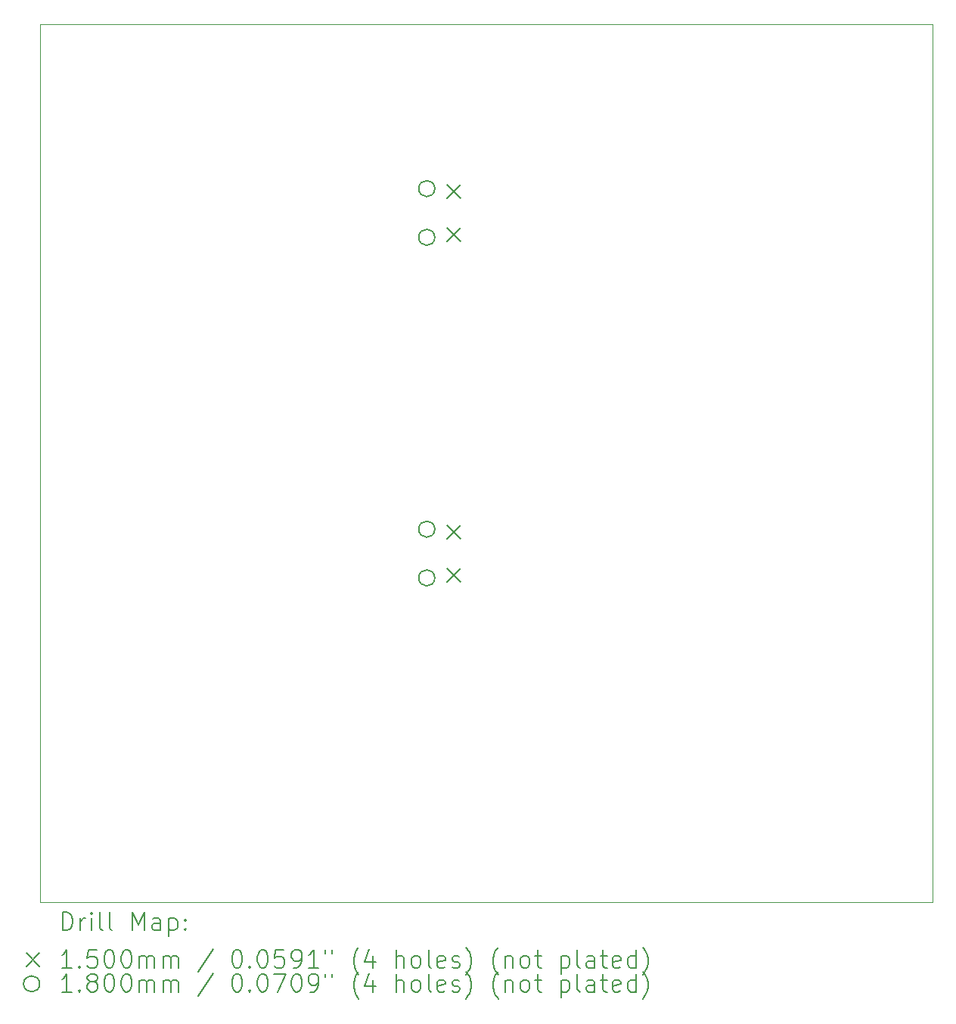
<source format=gbr>
%TF.GenerationSoftware,KiCad,Pcbnew,6.0.11-2627ca5db0~126~ubuntu22.04.1*%
%TF.CreationDate,2023-11-30T20:29:23+00:00*%
%TF.ProjectId,zx-spectrum-diagnostics,7a782d73-7065-4637-9472-756d2d646961,1.1*%
%TF.SameCoordinates,Original*%
%TF.FileFunction,Drillmap*%
%TF.FilePolarity,Positive*%
%FSLAX45Y45*%
G04 Gerber Fmt 4.5, Leading zero omitted, Abs format (unit mm)*
G04 Created by KiCad (PCBNEW 6.0.11-2627ca5db0~126~ubuntu22.04.1) date 2023-11-30 20:29:23*
%MOMM*%
%LPD*%
G01*
G04 APERTURE LIST*
%ADD10C,0.100000*%
%ADD11C,0.200000*%
%ADD12C,0.150000*%
%ADD13C,0.180000*%
G04 APERTURE END LIST*
D10*
X7470000Y-5588600D02*
X17461000Y-5588600D01*
X17461000Y-5588600D02*
X17461000Y-15405000D01*
X17461000Y-15405000D02*
X7470000Y-15405000D01*
X7470000Y-15405000D02*
X7470000Y-5588600D01*
D11*
D12*
X12026600Y-7378700D02*
X12176600Y-7528700D01*
X12176600Y-7378700D02*
X12026600Y-7528700D01*
X12026600Y-7863700D02*
X12176600Y-8013700D01*
X12176600Y-7863700D02*
X12026600Y-8013700D01*
X12026600Y-11188700D02*
X12176600Y-11338700D01*
X12176600Y-11188700D02*
X12026600Y-11338700D01*
X12026600Y-11673700D02*
X12176600Y-11823700D01*
X12176600Y-11673700D02*
X12026600Y-11823700D01*
D13*
X11888600Y-7423700D02*
G75*
G03*
X11888600Y-7423700I-90000J0D01*
G01*
X11888600Y-7968700D02*
G75*
G03*
X11888600Y-7968700I-90000J0D01*
G01*
X11888600Y-11233700D02*
G75*
G03*
X11888600Y-11233700I-90000J0D01*
G01*
X11888600Y-11778700D02*
G75*
G03*
X11888600Y-11778700I-90000J0D01*
G01*
D11*
X7722619Y-15720476D02*
X7722619Y-15520476D01*
X7770238Y-15520476D01*
X7798809Y-15530000D01*
X7817857Y-15549048D01*
X7827381Y-15568095D01*
X7836905Y-15606190D01*
X7836905Y-15634762D01*
X7827381Y-15672857D01*
X7817857Y-15691905D01*
X7798809Y-15710952D01*
X7770238Y-15720476D01*
X7722619Y-15720476D01*
X7922619Y-15720476D02*
X7922619Y-15587143D01*
X7922619Y-15625238D02*
X7932143Y-15606190D01*
X7941667Y-15596667D01*
X7960714Y-15587143D01*
X7979762Y-15587143D01*
X8046428Y-15720476D02*
X8046428Y-15587143D01*
X8046428Y-15520476D02*
X8036905Y-15530000D01*
X8046428Y-15539524D01*
X8055952Y-15530000D01*
X8046428Y-15520476D01*
X8046428Y-15539524D01*
X8170238Y-15720476D02*
X8151190Y-15710952D01*
X8141667Y-15691905D01*
X8141667Y-15520476D01*
X8275000Y-15720476D02*
X8255952Y-15710952D01*
X8246428Y-15691905D01*
X8246428Y-15520476D01*
X8503571Y-15720476D02*
X8503571Y-15520476D01*
X8570238Y-15663333D01*
X8636905Y-15520476D01*
X8636905Y-15720476D01*
X8817857Y-15720476D02*
X8817857Y-15615714D01*
X8808333Y-15596667D01*
X8789286Y-15587143D01*
X8751190Y-15587143D01*
X8732143Y-15596667D01*
X8817857Y-15710952D02*
X8798810Y-15720476D01*
X8751190Y-15720476D01*
X8732143Y-15710952D01*
X8722619Y-15691905D01*
X8722619Y-15672857D01*
X8732143Y-15653809D01*
X8751190Y-15644286D01*
X8798810Y-15644286D01*
X8817857Y-15634762D01*
X8913095Y-15587143D02*
X8913095Y-15787143D01*
X8913095Y-15596667D02*
X8932143Y-15587143D01*
X8970238Y-15587143D01*
X8989286Y-15596667D01*
X8998810Y-15606190D01*
X9008333Y-15625238D01*
X9008333Y-15682381D01*
X8998810Y-15701428D01*
X8989286Y-15710952D01*
X8970238Y-15720476D01*
X8932143Y-15720476D01*
X8913095Y-15710952D01*
X9094048Y-15701428D02*
X9103571Y-15710952D01*
X9094048Y-15720476D01*
X9084524Y-15710952D01*
X9094048Y-15701428D01*
X9094048Y-15720476D01*
X9094048Y-15596667D02*
X9103571Y-15606190D01*
X9094048Y-15615714D01*
X9084524Y-15606190D01*
X9094048Y-15596667D01*
X9094048Y-15615714D01*
D12*
X7315000Y-15975000D02*
X7465000Y-16125000D01*
X7465000Y-15975000D02*
X7315000Y-16125000D01*
D11*
X7827381Y-16140476D02*
X7713095Y-16140476D01*
X7770238Y-16140476D02*
X7770238Y-15940476D01*
X7751190Y-15969048D01*
X7732143Y-15988095D01*
X7713095Y-15997619D01*
X7913095Y-16121428D02*
X7922619Y-16130952D01*
X7913095Y-16140476D01*
X7903571Y-16130952D01*
X7913095Y-16121428D01*
X7913095Y-16140476D01*
X8103571Y-15940476D02*
X8008333Y-15940476D01*
X7998809Y-16035714D01*
X8008333Y-16026190D01*
X8027381Y-16016667D01*
X8075000Y-16016667D01*
X8094048Y-16026190D01*
X8103571Y-16035714D01*
X8113095Y-16054762D01*
X8113095Y-16102381D01*
X8103571Y-16121428D01*
X8094048Y-16130952D01*
X8075000Y-16140476D01*
X8027381Y-16140476D01*
X8008333Y-16130952D01*
X7998809Y-16121428D01*
X8236905Y-15940476D02*
X8255952Y-15940476D01*
X8275000Y-15950000D01*
X8284524Y-15959524D01*
X8294048Y-15978571D01*
X8303571Y-16016667D01*
X8303571Y-16064286D01*
X8294048Y-16102381D01*
X8284524Y-16121428D01*
X8275000Y-16130952D01*
X8255952Y-16140476D01*
X8236905Y-16140476D01*
X8217857Y-16130952D01*
X8208333Y-16121428D01*
X8198809Y-16102381D01*
X8189286Y-16064286D01*
X8189286Y-16016667D01*
X8198809Y-15978571D01*
X8208333Y-15959524D01*
X8217857Y-15950000D01*
X8236905Y-15940476D01*
X8427381Y-15940476D02*
X8446429Y-15940476D01*
X8465476Y-15950000D01*
X8475000Y-15959524D01*
X8484524Y-15978571D01*
X8494048Y-16016667D01*
X8494048Y-16064286D01*
X8484524Y-16102381D01*
X8475000Y-16121428D01*
X8465476Y-16130952D01*
X8446429Y-16140476D01*
X8427381Y-16140476D01*
X8408333Y-16130952D01*
X8398810Y-16121428D01*
X8389286Y-16102381D01*
X8379762Y-16064286D01*
X8379762Y-16016667D01*
X8389286Y-15978571D01*
X8398810Y-15959524D01*
X8408333Y-15950000D01*
X8427381Y-15940476D01*
X8579762Y-16140476D02*
X8579762Y-16007143D01*
X8579762Y-16026190D02*
X8589286Y-16016667D01*
X8608333Y-16007143D01*
X8636905Y-16007143D01*
X8655952Y-16016667D01*
X8665476Y-16035714D01*
X8665476Y-16140476D01*
X8665476Y-16035714D02*
X8675000Y-16016667D01*
X8694048Y-16007143D01*
X8722619Y-16007143D01*
X8741667Y-16016667D01*
X8751190Y-16035714D01*
X8751190Y-16140476D01*
X8846429Y-16140476D02*
X8846429Y-16007143D01*
X8846429Y-16026190D02*
X8855952Y-16016667D01*
X8875000Y-16007143D01*
X8903571Y-16007143D01*
X8922619Y-16016667D01*
X8932143Y-16035714D01*
X8932143Y-16140476D01*
X8932143Y-16035714D02*
X8941667Y-16016667D01*
X8960714Y-16007143D01*
X8989286Y-16007143D01*
X9008333Y-16016667D01*
X9017857Y-16035714D01*
X9017857Y-16140476D01*
X9408333Y-15930952D02*
X9236905Y-16188095D01*
X9665476Y-15940476D02*
X9684524Y-15940476D01*
X9703571Y-15950000D01*
X9713095Y-15959524D01*
X9722619Y-15978571D01*
X9732143Y-16016667D01*
X9732143Y-16064286D01*
X9722619Y-16102381D01*
X9713095Y-16121428D01*
X9703571Y-16130952D01*
X9684524Y-16140476D01*
X9665476Y-16140476D01*
X9646429Y-16130952D01*
X9636905Y-16121428D01*
X9627381Y-16102381D01*
X9617857Y-16064286D01*
X9617857Y-16016667D01*
X9627381Y-15978571D01*
X9636905Y-15959524D01*
X9646429Y-15950000D01*
X9665476Y-15940476D01*
X9817857Y-16121428D02*
X9827381Y-16130952D01*
X9817857Y-16140476D01*
X9808333Y-16130952D01*
X9817857Y-16121428D01*
X9817857Y-16140476D01*
X9951190Y-15940476D02*
X9970238Y-15940476D01*
X9989286Y-15950000D01*
X9998810Y-15959524D01*
X10008333Y-15978571D01*
X10017857Y-16016667D01*
X10017857Y-16064286D01*
X10008333Y-16102381D01*
X9998810Y-16121428D01*
X9989286Y-16130952D01*
X9970238Y-16140476D01*
X9951190Y-16140476D01*
X9932143Y-16130952D01*
X9922619Y-16121428D01*
X9913095Y-16102381D01*
X9903571Y-16064286D01*
X9903571Y-16016667D01*
X9913095Y-15978571D01*
X9922619Y-15959524D01*
X9932143Y-15950000D01*
X9951190Y-15940476D01*
X10198810Y-15940476D02*
X10103571Y-15940476D01*
X10094048Y-16035714D01*
X10103571Y-16026190D01*
X10122619Y-16016667D01*
X10170238Y-16016667D01*
X10189286Y-16026190D01*
X10198810Y-16035714D01*
X10208333Y-16054762D01*
X10208333Y-16102381D01*
X10198810Y-16121428D01*
X10189286Y-16130952D01*
X10170238Y-16140476D01*
X10122619Y-16140476D01*
X10103571Y-16130952D01*
X10094048Y-16121428D01*
X10303571Y-16140476D02*
X10341667Y-16140476D01*
X10360714Y-16130952D01*
X10370238Y-16121428D01*
X10389286Y-16092857D01*
X10398810Y-16054762D01*
X10398810Y-15978571D01*
X10389286Y-15959524D01*
X10379762Y-15950000D01*
X10360714Y-15940476D01*
X10322619Y-15940476D01*
X10303571Y-15950000D01*
X10294048Y-15959524D01*
X10284524Y-15978571D01*
X10284524Y-16026190D01*
X10294048Y-16045238D01*
X10303571Y-16054762D01*
X10322619Y-16064286D01*
X10360714Y-16064286D01*
X10379762Y-16054762D01*
X10389286Y-16045238D01*
X10398810Y-16026190D01*
X10589286Y-16140476D02*
X10475000Y-16140476D01*
X10532143Y-16140476D02*
X10532143Y-15940476D01*
X10513095Y-15969048D01*
X10494048Y-15988095D01*
X10475000Y-15997619D01*
X10665476Y-15940476D02*
X10665476Y-15978571D01*
X10741667Y-15940476D02*
X10741667Y-15978571D01*
X11036905Y-16216667D02*
X11027381Y-16207143D01*
X11008333Y-16178571D01*
X10998810Y-16159524D01*
X10989286Y-16130952D01*
X10979762Y-16083333D01*
X10979762Y-16045238D01*
X10989286Y-15997619D01*
X10998810Y-15969048D01*
X11008333Y-15950000D01*
X11027381Y-15921428D01*
X11036905Y-15911905D01*
X11198809Y-16007143D02*
X11198809Y-16140476D01*
X11151190Y-15930952D02*
X11103571Y-16073809D01*
X11227381Y-16073809D01*
X11455952Y-16140476D02*
X11455952Y-15940476D01*
X11541667Y-16140476D02*
X11541667Y-16035714D01*
X11532143Y-16016667D01*
X11513095Y-16007143D01*
X11484524Y-16007143D01*
X11465476Y-16016667D01*
X11455952Y-16026190D01*
X11665476Y-16140476D02*
X11646428Y-16130952D01*
X11636905Y-16121428D01*
X11627381Y-16102381D01*
X11627381Y-16045238D01*
X11636905Y-16026190D01*
X11646428Y-16016667D01*
X11665476Y-16007143D01*
X11694048Y-16007143D01*
X11713095Y-16016667D01*
X11722619Y-16026190D01*
X11732143Y-16045238D01*
X11732143Y-16102381D01*
X11722619Y-16121428D01*
X11713095Y-16130952D01*
X11694048Y-16140476D01*
X11665476Y-16140476D01*
X11846428Y-16140476D02*
X11827381Y-16130952D01*
X11817857Y-16111905D01*
X11817857Y-15940476D01*
X11998809Y-16130952D02*
X11979762Y-16140476D01*
X11941667Y-16140476D01*
X11922619Y-16130952D01*
X11913095Y-16111905D01*
X11913095Y-16035714D01*
X11922619Y-16016667D01*
X11941667Y-16007143D01*
X11979762Y-16007143D01*
X11998809Y-16016667D01*
X12008333Y-16035714D01*
X12008333Y-16054762D01*
X11913095Y-16073809D01*
X12084524Y-16130952D02*
X12103571Y-16140476D01*
X12141667Y-16140476D01*
X12160714Y-16130952D01*
X12170238Y-16111905D01*
X12170238Y-16102381D01*
X12160714Y-16083333D01*
X12141667Y-16073809D01*
X12113095Y-16073809D01*
X12094048Y-16064286D01*
X12084524Y-16045238D01*
X12084524Y-16035714D01*
X12094048Y-16016667D01*
X12113095Y-16007143D01*
X12141667Y-16007143D01*
X12160714Y-16016667D01*
X12236905Y-16216667D02*
X12246428Y-16207143D01*
X12265476Y-16178571D01*
X12275000Y-16159524D01*
X12284524Y-16130952D01*
X12294048Y-16083333D01*
X12294048Y-16045238D01*
X12284524Y-15997619D01*
X12275000Y-15969048D01*
X12265476Y-15950000D01*
X12246428Y-15921428D01*
X12236905Y-15911905D01*
X12598809Y-16216667D02*
X12589286Y-16207143D01*
X12570238Y-16178571D01*
X12560714Y-16159524D01*
X12551190Y-16130952D01*
X12541667Y-16083333D01*
X12541667Y-16045238D01*
X12551190Y-15997619D01*
X12560714Y-15969048D01*
X12570238Y-15950000D01*
X12589286Y-15921428D01*
X12598809Y-15911905D01*
X12675000Y-16007143D02*
X12675000Y-16140476D01*
X12675000Y-16026190D02*
X12684524Y-16016667D01*
X12703571Y-16007143D01*
X12732143Y-16007143D01*
X12751190Y-16016667D01*
X12760714Y-16035714D01*
X12760714Y-16140476D01*
X12884524Y-16140476D02*
X12865476Y-16130952D01*
X12855952Y-16121428D01*
X12846428Y-16102381D01*
X12846428Y-16045238D01*
X12855952Y-16026190D01*
X12865476Y-16016667D01*
X12884524Y-16007143D01*
X12913095Y-16007143D01*
X12932143Y-16016667D01*
X12941667Y-16026190D01*
X12951190Y-16045238D01*
X12951190Y-16102381D01*
X12941667Y-16121428D01*
X12932143Y-16130952D01*
X12913095Y-16140476D01*
X12884524Y-16140476D01*
X13008333Y-16007143D02*
X13084524Y-16007143D01*
X13036905Y-15940476D02*
X13036905Y-16111905D01*
X13046428Y-16130952D01*
X13065476Y-16140476D01*
X13084524Y-16140476D01*
X13303571Y-16007143D02*
X13303571Y-16207143D01*
X13303571Y-16016667D02*
X13322619Y-16007143D01*
X13360714Y-16007143D01*
X13379762Y-16016667D01*
X13389286Y-16026190D01*
X13398809Y-16045238D01*
X13398809Y-16102381D01*
X13389286Y-16121428D01*
X13379762Y-16130952D01*
X13360714Y-16140476D01*
X13322619Y-16140476D01*
X13303571Y-16130952D01*
X13513095Y-16140476D02*
X13494048Y-16130952D01*
X13484524Y-16111905D01*
X13484524Y-15940476D01*
X13675000Y-16140476D02*
X13675000Y-16035714D01*
X13665476Y-16016667D01*
X13646428Y-16007143D01*
X13608333Y-16007143D01*
X13589286Y-16016667D01*
X13675000Y-16130952D02*
X13655952Y-16140476D01*
X13608333Y-16140476D01*
X13589286Y-16130952D01*
X13579762Y-16111905D01*
X13579762Y-16092857D01*
X13589286Y-16073809D01*
X13608333Y-16064286D01*
X13655952Y-16064286D01*
X13675000Y-16054762D01*
X13741667Y-16007143D02*
X13817857Y-16007143D01*
X13770238Y-15940476D02*
X13770238Y-16111905D01*
X13779762Y-16130952D01*
X13798809Y-16140476D01*
X13817857Y-16140476D01*
X13960714Y-16130952D02*
X13941667Y-16140476D01*
X13903571Y-16140476D01*
X13884524Y-16130952D01*
X13875000Y-16111905D01*
X13875000Y-16035714D01*
X13884524Y-16016667D01*
X13903571Y-16007143D01*
X13941667Y-16007143D01*
X13960714Y-16016667D01*
X13970238Y-16035714D01*
X13970238Y-16054762D01*
X13875000Y-16073809D01*
X14141667Y-16140476D02*
X14141667Y-15940476D01*
X14141667Y-16130952D02*
X14122619Y-16140476D01*
X14084524Y-16140476D01*
X14065476Y-16130952D01*
X14055952Y-16121428D01*
X14046428Y-16102381D01*
X14046428Y-16045238D01*
X14055952Y-16026190D01*
X14065476Y-16016667D01*
X14084524Y-16007143D01*
X14122619Y-16007143D01*
X14141667Y-16016667D01*
X14217857Y-16216667D02*
X14227381Y-16207143D01*
X14246428Y-16178571D01*
X14255952Y-16159524D01*
X14265476Y-16130952D01*
X14275000Y-16083333D01*
X14275000Y-16045238D01*
X14265476Y-15997619D01*
X14255952Y-15969048D01*
X14246428Y-15950000D01*
X14227381Y-15921428D01*
X14217857Y-15911905D01*
D13*
X7465000Y-16320000D02*
G75*
G03*
X7465000Y-16320000I-90000J0D01*
G01*
D11*
X7827381Y-16410476D02*
X7713095Y-16410476D01*
X7770238Y-16410476D02*
X7770238Y-16210476D01*
X7751190Y-16239048D01*
X7732143Y-16258095D01*
X7713095Y-16267619D01*
X7913095Y-16391428D02*
X7922619Y-16400952D01*
X7913095Y-16410476D01*
X7903571Y-16400952D01*
X7913095Y-16391428D01*
X7913095Y-16410476D01*
X8036905Y-16296190D02*
X8017857Y-16286667D01*
X8008333Y-16277143D01*
X7998809Y-16258095D01*
X7998809Y-16248571D01*
X8008333Y-16229524D01*
X8017857Y-16220000D01*
X8036905Y-16210476D01*
X8075000Y-16210476D01*
X8094048Y-16220000D01*
X8103571Y-16229524D01*
X8113095Y-16248571D01*
X8113095Y-16258095D01*
X8103571Y-16277143D01*
X8094048Y-16286667D01*
X8075000Y-16296190D01*
X8036905Y-16296190D01*
X8017857Y-16305714D01*
X8008333Y-16315238D01*
X7998809Y-16334286D01*
X7998809Y-16372381D01*
X8008333Y-16391428D01*
X8017857Y-16400952D01*
X8036905Y-16410476D01*
X8075000Y-16410476D01*
X8094048Y-16400952D01*
X8103571Y-16391428D01*
X8113095Y-16372381D01*
X8113095Y-16334286D01*
X8103571Y-16315238D01*
X8094048Y-16305714D01*
X8075000Y-16296190D01*
X8236905Y-16210476D02*
X8255952Y-16210476D01*
X8275000Y-16220000D01*
X8284524Y-16229524D01*
X8294048Y-16248571D01*
X8303571Y-16286667D01*
X8303571Y-16334286D01*
X8294048Y-16372381D01*
X8284524Y-16391428D01*
X8275000Y-16400952D01*
X8255952Y-16410476D01*
X8236905Y-16410476D01*
X8217857Y-16400952D01*
X8208333Y-16391428D01*
X8198809Y-16372381D01*
X8189286Y-16334286D01*
X8189286Y-16286667D01*
X8198809Y-16248571D01*
X8208333Y-16229524D01*
X8217857Y-16220000D01*
X8236905Y-16210476D01*
X8427381Y-16210476D02*
X8446429Y-16210476D01*
X8465476Y-16220000D01*
X8475000Y-16229524D01*
X8484524Y-16248571D01*
X8494048Y-16286667D01*
X8494048Y-16334286D01*
X8484524Y-16372381D01*
X8475000Y-16391428D01*
X8465476Y-16400952D01*
X8446429Y-16410476D01*
X8427381Y-16410476D01*
X8408333Y-16400952D01*
X8398810Y-16391428D01*
X8389286Y-16372381D01*
X8379762Y-16334286D01*
X8379762Y-16286667D01*
X8389286Y-16248571D01*
X8398810Y-16229524D01*
X8408333Y-16220000D01*
X8427381Y-16210476D01*
X8579762Y-16410476D02*
X8579762Y-16277143D01*
X8579762Y-16296190D02*
X8589286Y-16286667D01*
X8608333Y-16277143D01*
X8636905Y-16277143D01*
X8655952Y-16286667D01*
X8665476Y-16305714D01*
X8665476Y-16410476D01*
X8665476Y-16305714D02*
X8675000Y-16286667D01*
X8694048Y-16277143D01*
X8722619Y-16277143D01*
X8741667Y-16286667D01*
X8751190Y-16305714D01*
X8751190Y-16410476D01*
X8846429Y-16410476D02*
X8846429Y-16277143D01*
X8846429Y-16296190D02*
X8855952Y-16286667D01*
X8875000Y-16277143D01*
X8903571Y-16277143D01*
X8922619Y-16286667D01*
X8932143Y-16305714D01*
X8932143Y-16410476D01*
X8932143Y-16305714D02*
X8941667Y-16286667D01*
X8960714Y-16277143D01*
X8989286Y-16277143D01*
X9008333Y-16286667D01*
X9017857Y-16305714D01*
X9017857Y-16410476D01*
X9408333Y-16200952D02*
X9236905Y-16458095D01*
X9665476Y-16210476D02*
X9684524Y-16210476D01*
X9703571Y-16220000D01*
X9713095Y-16229524D01*
X9722619Y-16248571D01*
X9732143Y-16286667D01*
X9732143Y-16334286D01*
X9722619Y-16372381D01*
X9713095Y-16391428D01*
X9703571Y-16400952D01*
X9684524Y-16410476D01*
X9665476Y-16410476D01*
X9646429Y-16400952D01*
X9636905Y-16391428D01*
X9627381Y-16372381D01*
X9617857Y-16334286D01*
X9617857Y-16286667D01*
X9627381Y-16248571D01*
X9636905Y-16229524D01*
X9646429Y-16220000D01*
X9665476Y-16210476D01*
X9817857Y-16391428D02*
X9827381Y-16400952D01*
X9817857Y-16410476D01*
X9808333Y-16400952D01*
X9817857Y-16391428D01*
X9817857Y-16410476D01*
X9951190Y-16210476D02*
X9970238Y-16210476D01*
X9989286Y-16220000D01*
X9998810Y-16229524D01*
X10008333Y-16248571D01*
X10017857Y-16286667D01*
X10017857Y-16334286D01*
X10008333Y-16372381D01*
X9998810Y-16391428D01*
X9989286Y-16400952D01*
X9970238Y-16410476D01*
X9951190Y-16410476D01*
X9932143Y-16400952D01*
X9922619Y-16391428D01*
X9913095Y-16372381D01*
X9903571Y-16334286D01*
X9903571Y-16286667D01*
X9913095Y-16248571D01*
X9922619Y-16229524D01*
X9932143Y-16220000D01*
X9951190Y-16210476D01*
X10084524Y-16210476D02*
X10217857Y-16210476D01*
X10132143Y-16410476D01*
X10332143Y-16210476D02*
X10351190Y-16210476D01*
X10370238Y-16220000D01*
X10379762Y-16229524D01*
X10389286Y-16248571D01*
X10398810Y-16286667D01*
X10398810Y-16334286D01*
X10389286Y-16372381D01*
X10379762Y-16391428D01*
X10370238Y-16400952D01*
X10351190Y-16410476D01*
X10332143Y-16410476D01*
X10313095Y-16400952D01*
X10303571Y-16391428D01*
X10294048Y-16372381D01*
X10284524Y-16334286D01*
X10284524Y-16286667D01*
X10294048Y-16248571D01*
X10303571Y-16229524D01*
X10313095Y-16220000D01*
X10332143Y-16210476D01*
X10494048Y-16410476D02*
X10532143Y-16410476D01*
X10551190Y-16400952D01*
X10560714Y-16391428D01*
X10579762Y-16362857D01*
X10589286Y-16324762D01*
X10589286Y-16248571D01*
X10579762Y-16229524D01*
X10570238Y-16220000D01*
X10551190Y-16210476D01*
X10513095Y-16210476D01*
X10494048Y-16220000D01*
X10484524Y-16229524D01*
X10475000Y-16248571D01*
X10475000Y-16296190D01*
X10484524Y-16315238D01*
X10494048Y-16324762D01*
X10513095Y-16334286D01*
X10551190Y-16334286D01*
X10570238Y-16324762D01*
X10579762Y-16315238D01*
X10589286Y-16296190D01*
X10665476Y-16210476D02*
X10665476Y-16248571D01*
X10741667Y-16210476D02*
X10741667Y-16248571D01*
X11036905Y-16486667D02*
X11027381Y-16477143D01*
X11008333Y-16448571D01*
X10998810Y-16429524D01*
X10989286Y-16400952D01*
X10979762Y-16353333D01*
X10979762Y-16315238D01*
X10989286Y-16267619D01*
X10998810Y-16239048D01*
X11008333Y-16220000D01*
X11027381Y-16191428D01*
X11036905Y-16181905D01*
X11198809Y-16277143D02*
X11198809Y-16410476D01*
X11151190Y-16200952D02*
X11103571Y-16343809D01*
X11227381Y-16343809D01*
X11455952Y-16410476D02*
X11455952Y-16210476D01*
X11541667Y-16410476D02*
X11541667Y-16305714D01*
X11532143Y-16286667D01*
X11513095Y-16277143D01*
X11484524Y-16277143D01*
X11465476Y-16286667D01*
X11455952Y-16296190D01*
X11665476Y-16410476D02*
X11646428Y-16400952D01*
X11636905Y-16391428D01*
X11627381Y-16372381D01*
X11627381Y-16315238D01*
X11636905Y-16296190D01*
X11646428Y-16286667D01*
X11665476Y-16277143D01*
X11694048Y-16277143D01*
X11713095Y-16286667D01*
X11722619Y-16296190D01*
X11732143Y-16315238D01*
X11732143Y-16372381D01*
X11722619Y-16391428D01*
X11713095Y-16400952D01*
X11694048Y-16410476D01*
X11665476Y-16410476D01*
X11846428Y-16410476D02*
X11827381Y-16400952D01*
X11817857Y-16381905D01*
X11817857Y-16210476D01*
X11998809Y-16400952D02*
X11979762Y-16410476D01*
X11941667Y-16410476D01*
X11922619Y-16400952D01*
X11913095Y-16381905D01*
X11913095Y-16305714D01*
X11922619Y-16286667D01*
X11941667Y-16277143D01*
X11979762Y-16277143D01*
X11998809Y-16286667D01*
X12008333Y-16305714D01*
X12008333Y-16324762D01*
X11913095Y-16343809D01*
X12084524Y-16400952D02*
X12103571Y-16410476D01*
X12141667Y-16410476D01*
X12160714Y-16400952D01*
X12170238Y-16381905D01*
X12170238Y-16372381D01*
X12160714Y-16353333D01*
X12141667Y-16343809D01*
X12113095Y-16343809D01*
X12094048Y-16334286D01*
X12084524Y-16315238D01*
X12084524Y-16305714D01*
X12094048Y-16286667D01*
X12113095Y-16277143D01*
X12141667Y-16277143D01*
X12160714Y-16286667D01*
X12236905Y-16486667D02*
X12246428Y-16477143D01*
X12265476Y-16448571D01*
X12275000Y-16429524D01*
X12284524Y-16400952D01*
X12294048Y-16353333D01*
X12294048Y-16315238D01*
X12284524Y-16267619D01*
X12275000Y-16239048D01*
X12265476Y-16220000D01*
X12246428Y-16191428D01*
X12236905Y-16181905D01*
X12598809Y-16486667D02*
X12589286Y-16477143D01*
X12570238Y-16448571D01*
X12560714Y-16429524D01*
X12551190Y-16400952D01*
X12541667Y-16353333D01*
X12541667Y-16315238D01*
X12551190Y-16267619D01*
X12560714Y-16239048D01*
X12570238Y-16220000D01*
X12589286Y-16191428D01*
X12598809Y-16181905D01*
X12675000Y-16277143D02*
X12675000Y-16410476D01*
X12675000Y-16296190D02*
X12684524Y-16286667D01*
X12703571Y-16277143D01*
X12732143Y-16277143D01*
X12751190Y-16286667D01*
X12760714Y-16305714D01*
X12760714Y-16410476D01*
X12884524Y-16410476D02*
X12865476Y-16400952D01*
X12855952Y-16391428D01*
X12846428Y-16372381D01*
X12846428Y-16315238D01*
X12855952Y-16296190D01*
X12865476Y-16286667D01*
X12884524Y-16277143D01*
X12913095Y-16277143D01*
X12932143Y-16286667D01*
X12941667Y-16296190D01*
X12951190Y-16315238D01*
X12951190Y-16372381D01*
X12941667Y-16391428D01*
X12932143Y-16400952D01*
X12913095Y-16410476D01*
X12884524Y-16410476D01*
X13008333Y-16277143D02*
X13084524Y-16277143D01*
X13036905Y-16210476D02*
X13036905Y-16381905D01*
X13046428Y-16400952D01*
X13065476Y-16410476D01*
X13084524Y-16410476D01*
X13303571Y-16277143D02*
X13303571Y-16477143D01*
X13303571Y-16286667D02*
X13322619Y-16277143D01*
X13360714Y-16277143D01*
X13379762Y-16286667D01*
X13389286Y-16296190D01*
X13398809Y-16315238D01*
X13398809Y-16372381D01*
X13389286Y-16391428D01*
X13379762Y-16400952D01*
X13360714Y-16410476D01*
X13322619Y-16410476D01*
X13303571Y-16400952D01*
X13513095Y-16410476D02*
X13494048Y-16400952D01*
X13484524Y-16381905D01*
X13484524Y-16210476D01*
X13675000Y-16410476D02*
X13675000Y-16305714D01*
X13665476Y-16286667D01*
X13646428Y-16277143D01*
X13608333Y-16277143D01*
X13589286Y-16286667D01*
X13675000Y-16400952D02*
X13655952Y-16410476D01*
X13608333Y-16410476D01*
X13589286Y-16400952D01*
X13579762Y-16381905D01*
X13579762Y-16362857D01*
X13589286Y-16343809D01*
X13608333Y-16334286D01*
X13655952Y-16334286D01*
X13675000Y-16324762D01*
X13741667Y-16277143D02*
X13817857Y-16277143D01*
X13770238Y-16210476D02*
X13770238Y-16381905D01*
X13779762Y-16400952D01*
X13798809Y-16410476D01*
X13817857Y-16410476D01*
X13960714Y-16400952D02*
X13941667Y-16410476D01*
X13903571Y-16410476D01*
X13884524Y-16400952D01*
X13875000Y-16381905D01*
X13875000Y-16305714D01*
X13884524Y-16286667D01*
X13903571Y-16277143D01*
X13941667Y-16277143D01*
X13960714Y-16286667D01*
X13970238Y-16305714D01*
X13970238Y-16324762D01*
X13875000Y-16343809D01*
X14141667Y-16410476D02*
X14141667Y-16210476D01*
X14141667Y-16400952D02*
X14122619Y-16410476D01*
X14084524Y-16410476D01*
X14065476Y-16400952D01*
X14055952Y-16391428D01*
X14046428Y-16372381D01*
X14046428Y-16315238D01*
X14055952Y-16296190D01*
X14065476Y-16286667D01*
X14084524Y-16277143D01*
X14122619Y-16277143D01*
X14141667Y-16286667D01*
X14217857Y-16486667D02*
X14227381Y-16477143D01*
X14246428Y-16448571D01*
X14255952Y-16429524D01*
X14265476Y-16400952D01*
X14275000Y-16353333D01*
X14275000Y-16315238D01*
X14265476Y-16267619D01*
X14255952Y-16239048D01*
X14246428Y-16220000D01*
X14227381Y-16191428D01*
X14217857Y-16181905D01*
M02*

</source>
